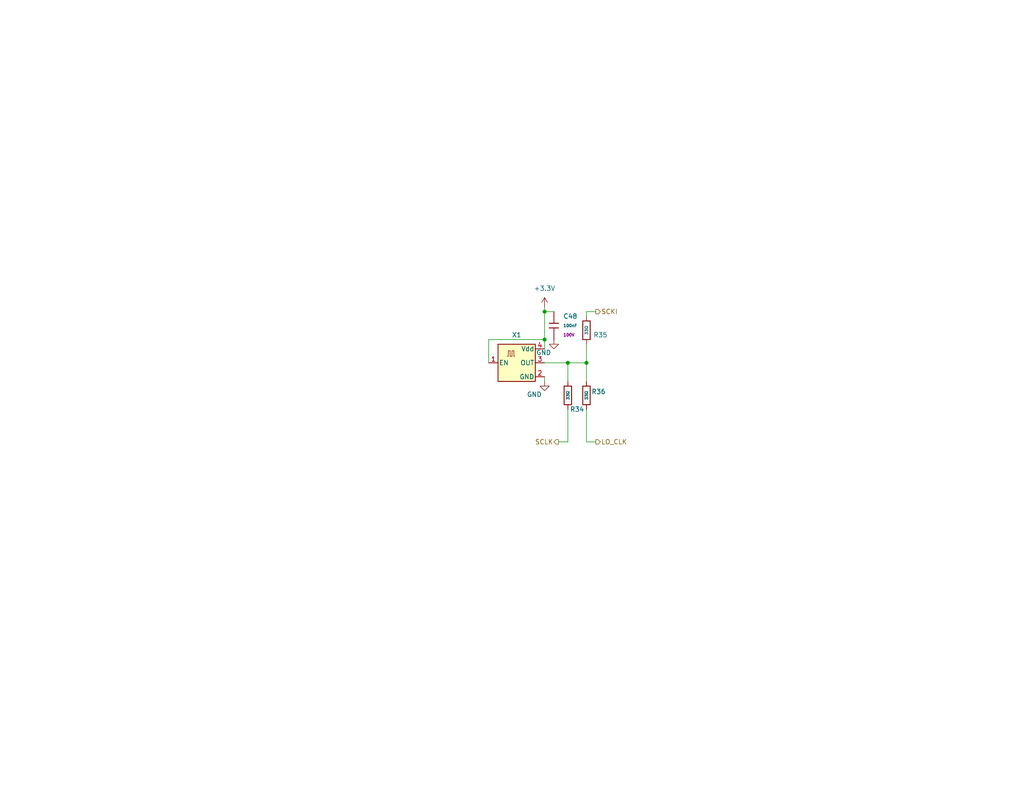
<source format=kicad_sch>
(kicad_sch (version 20250114) (generator "eeschema") (generator_version "9.0")
  (paper "A")
  (lib_symbols
    (symbol "ASE-xxxMHz_1" (pin_names (offset 0.254))
      (property "Reference" "X1" (at -2.286 6.35 0))
      (symbol "ASE-xxxMHz_1_0_1"
        (rectangle (start -5.08 5.08) (end 5.08 -5.08) (stroke (width 0.254)) (fill (type background)))
        (polyline (pts (xy -2.54 1.778) (xy -2.286 1.778) (xy -2.286 3.302) (xy -1.778 3.302) (xy -1.778 1.778) (xy -1.27 1.778) (xy -1.27 3.302) (xy -0.762 3.302) (xy -0.762 1.778) (xy -0.508 1.778)))
      )
      (symbol "ASE-xxxMHz_1_1_1"
        (pin input line (at -7.62 0 0) (length 2.54) (name "EN") (number "1"))
        (pin power_in line (at 7.62 3.81 180) (length 2.54) (name "Vdd") (number "4"))
        (pin output line (at 7.62 0 180) (length 2.54) (name "OUT") (number "3"))
        (pin power_in line (at 7.62 -3.81 180) (length 2.54) (name "GND") (number "2"))
      )
    )
    (symbol "PCM_JLCPCB-Capacitors:0805,100nF" (pin_numbers (hide yes)) (pin_names (offset 0))
      (property "Reference" "C" (at 2.032 1.668 0))
      (property "Value" "100nF" (at 2.032 -0.3782 0))
      (property "Voltage Rated" "100V" (at 2.032 -2.0462 0))
      (symbol "0805,100nF_0_1"
        (polyline (pts (xy -1.27 0.635) (xy 1.27 0.635)) (stroke (width 0.254)))
        (polyline (pts (xy -1.27 -0.635) (xy 1.27 -0.635)) (stroke (width 0.254)))
      )
      (symbol "0805,100nF_1_1"
        (pin passive line (at 0 3.81 270) (length 3.175) (name "~") (number "1"))
        (pin passive line (at 0 -3.81 90) (length 3.175) (name "~") (number "2"))
      )
    )
    (symbol "PCM_JLCPCB-Resistors:0805,33Ω" (pin_numbers (hide yes)) (pin_names (offset 0))
      (property "Reference" "R" (at 1.778 0 0))
      (property "Value" "33Ω" (at 0 0 90))
      (symbol "0805,33Ω_0_1"
        (rectangle (start -1.016 2.54) (end 1.016 -2.54) (stroke (width 0.254)))
      )
      (symbol "0805,33Ω_1_1"
        (pin passive line (at 0 3.81 270) (length 1.27) (name "~") (number "1"))
        (pin passive line (at 0 -3.81 90) (length 1.27) (name "~") (number "2"))
      )
    )
    (symbol "power:+3.3V" (power) (pin_names (offset 0))
      (property "Value" "+3.3V" (at 0 3.556 0))
      (symbol "+3.3V_0_1"
        (polyline (pts (xy -0.762 1.27) (xy 0 2.54)))
        (polyline (pts (xy 0 2.54) (xy 0.762 1.27)))
        (polyline (pts (xy 0 0) (xy 0 2.54)))
      )
      (symbol "+3.3V_1_1"
        (pin power_in line (at 0 0 90) (length 0) (hide yes) (name "+3.3V") (number "1"))
      )
    )
    (symbol "power:GND" (power) (pin_names (offset 0))
      (property "Value" "GND" (at 0 -3.81 0))
      (symbol "GND_0_1"
        (polyline (pts (xy 0 0) (xy 0 -1.27) (xy 1.27 -1.27) (xy 0 -2.54) (xy -1.27 -1.27) (xy 0 -1.27)))
      )
      (symbol "GND_1_1"
        (pin power_in line (at 0 0 270) (length 0) (hide yes) (name "GND") (number "1"))
      )
    )
  )
  (junction (at 160.02 99.06))
  (junction (at 148.59 85.09))
  (junction (at 148.59 92.71))
  (junction (at 154.94 99.06))
  (wire (pts (xy 148.59 92.71) (xy 148.59 95.25)))
  (wire (pts (xy 148.59 85.09) (xy 148.59 92.71)))
  (wire (pts (xy 160.02 120.65) (xy 160.02 111.76)))
  (wire (pts (xy 148.59 99.06) (xy 154.94 99.06)))
  (wire (pts (xy 148.59 102.87) (xy 148.59 104.14)))
  (wire (pts (xy 154.94 120.65) (xy 154.94 111.76)))
  (wire (pts (xy 154.94 99.06) (xy 160.02 99.06)))
  (wire (pts (xy 162.56 120.65) (xy 160.02 120.65)))
  (wire (pts (xy 160.02 99.06) (xy 160.02 104.14)))
  (wire (pts (xy 133.35 99.06) (xy 133.35 92.71)))
  (wire (pts (xy 133.35 92.71) (xy 148.59 92.71)))
  (wire (pts (xy 148.59 83.82) (xy 148.59 85.09)))
  (wire (pts (xy 152.4 120.65) (xy 154.94 120.65)))
  (wire (pts (xy 160.02 85.09) (xy 160.02 86.36)))
  (wire (pts (xy 148.59 85.09) (xy 151.13 85.09)))
  (wire (pts (xy 162.56 85.09) (xy 160.02 85.09)))
  (wire (pts (xy 154.94 99.06) (xy 154.94 104.14)))
  (wire (pts (xy 160.02 93.98) (xy 160.02 99.06)))
  (hierarchical_label "LO_CLK" (shape output) (at 162.56 120.65 0))
  (hierarchical_label "SCKI" (shape output) (at 162.56 85.09 0))
  (hierarchical_label "SCLK" (shape output) (at 152.4 120.65 180))
  (symbol (lib_id "PCM_JLCPCB-Resistors:0805,33Ω") (at 160.02 90.17 180) (unit 1)
    (property "Reference" "R35" (at 163.83 91.44 0))
    (property "Value" "33Ω" (at 160.02 90.17 90) (effects (font (size 0.8 0.8))))
    (property "Footprint" "PCM_JLCPCB:R_0805" (effects (hide yes)))
    (property "Datasheet" "https://www.lcsc.com/datasheet/lcsc_datasheet_2205311830_UNI-ROYAL-Uniroyal-Elec-0805W8F330JT5E_C17634.pdf" (effects (hide yes)))
    (property "Description" "125mW Thick Film Resistors 150V ±1% ±200ppm/°C 33Ω 0805 Chip Resistor - Surface Mount ROHS" (effects (hide yes)))
    (property "LCSC" "C17634" (effects (hide yes)))
    (property "Stock" "335994" (effects (hide yes)))
    (property "Price" "0.005USD" (effects (hide yes)))
    (property "Process" "SMT" (effects (hide yes)))
    (property "Minimum Qty" "20" (effects (hide yes)))
    (property "Attrition Qty" "10" (effects (hide yes)))
    (property "Class" "Basic Component" (effects (hide yes)))
    (property "Category" "Resistors,Chip Resistor - Surface Mount" (effects (hide yes)))
    (property "Manufacturer" "UNI-ROYAL(Uniroyal Elec)" (effects (hide yes)))
    (property "Part" "0805W8F330JT5E" (effects (hide yes)))
    (property "Resistance" "33Ω" (effects (hide yes)))
    (property "Power(Watts)" "125mW" (effects (hide yes)))
    (property "Type" "Thick Film Resistors" (effects (hide yes)))
    (property "Overload Voltage (Max)" "150V" (effects (hide yes)))
    (property "Operating Temperature Range" "-55°C~+155°C" (effects (hide yes)))
    (property "Tolerance" "±1%" (effects (hide yes)))
    (property "Temperature Coefficient" "±200ppm/°C" (effects (hide yes)))
  )
  (symbol (lib_id "power:+3.3V") (at 148.59 83.82 0) (unit 1)
    (property "Reference" "#PWR080" (effects (hide yes)))
    (property "Value" "+3.3V" (at 148.59 78.74 0))
  )
  (symbol (lib_name "ASE-xxxMHz_1") (lib_id "Oscillator:ASE-xxxMHz") (at 140.97 99.06 0) (unit 1)
    (property "Reference" "X1" (at 140.97 91.44 0))
    (property "Value" "YC24.576MUBCE2O" (effects (hide yes)))
    (property "Footprint" "Oscillator:Oscillator_SMD_Abracon_ASE-4Pin_3.2x2.5mm" (effects (hide yes)))
    (property "Datasheet" "https://www.lcsc.com/datasheet/C52204799.pdf" (effects (hide yes)))
    (property "Description" "3.3V CMOS SMD Crystal Clock Oscillator, YC" (effects (hide yes)))
    (property "LCSC" "C52204801" (effects (hide yes)))
  )
  (symbol (lib_id "power:GND") (at 148.59 104.14 0) (unit 1)
    (property "Reference" "#PWR081" (effects (hide yes)))
    (property "Value" "GND" (at 145.796 107.696 0))
  )
  (symbol (lib_id "power:GND") (at 151.13 92.71 0) (unit 1)
    (property "Reference" "#PWR082" (effects (hide yes)))
    (property "Value" "GND" (at 148.336 96.266 0))
  )
  (symbol (lib_id "PCM_JLCPCB-Capacitors:0805,100nF") (at 151.13 88.9 0) (unit 1)
    (property "Reference" "C48" (at 153.67 86.3599 0) (effects (justify left)))
    (property "Value" "100nF" (at 153.67 88.9 0) (effects (font (size 0.8 0.8)) (justify left)))
    (property "Footprint" "PCM_JLCPCB:C_0805" (effects (hide yes)))
    (property "Datasheet" "https://www.lcsc.com/datasheet/lcsc_datasheet_2304140030_Samsung-Electro-Mechanics-CL21B104KCFNNNE_C28233.pdf" (effects (hide yes)))
    (property "Description" "100V 100nF X7R ±10% 0805 Multilayer Ceramic Capacitors MLCC - SMD/SMT ROHS" (effects (hide yes)))
    (property "LCSC" "C28233" (effects (hide yes)))
    (property "Stock" "1168020" (effects (hide yes)))
    (property "Price" "0.009USD" (effects (hide yes)))
    (property "Process" "SMT" (effects (hide yes)))
    (property "Minimum Qty" "20" (effects (hide yes)))
    (property "Attrition Qty" "10" (effects (hide yes)))
    (property "Class" "Basic Component" (effects (hide yes)))
    (property "Category" "Capacitors,Multilayer Ceramic Capacitors MLCC - SMD/SMT" (effects (hide yes)))
    (property "Manufacturer" "Samsung Electro-Mechanics" (effects (hide yes)))
    (property "Part" "CL21B104KCFNNNE" (effects (hide yes)))
    (property "Voltage Rated" "100V" (at 153.67 91.44 0) (effects (font (size 0.8 0.8)) (justify left)))
    (property "Tolerance" "±10%" (effects (hide yes)))
    (property "Capacitance" "100nF" (effects (hide yes)))
    (property "Temperature Coefficient" "X7R" (effects (hide yes)))
  )
  (symbol (lib_id "PCM_JLCPCB-Resistors:0805,33Ω") (at 160.02 107.95 180) (unit 1)
    (property "Reference" "R36" (at 163.322 106.934 0))
    (property "Value" "33Ω" (at 160.02 107.95 90) (effects (font (size 0.8 0.8))))
    (property "Footprint" "PCM_JLCPCB:R_0805" (effects (hide yes)))
    (property "Datasheet" "https://www.lcsc.com/datasheet/lcsc_datasheet_2205311830_UNI-ROYAL-Uniroyal-Elec-0805W8F330JT5E_C17634.pdf" (effects (hide yes)))
    (property "Description" "125mW Thick Film Resistors 150V ±1% ±200ppm/°C 33Ω 0805 Chip Resistor - Surface Mount ROHS" (effects (hide yes)))
    (property "LCSC" "C17634" (effects (hide yes)))
    (property "Stock" "335994" (effects (hide yes)))
    (property "Price" "0.005USD" (effects (hide yes)))
    (property "Process" "SMT" (effects (hide yes)))
    (property "Minimum Qty" "20" (effects (hide yes)))
    (property "Attrition Qty" "10" (effects (hide yes)))
    (property "Class" "Basic Component" (effects (hide yes)))
    (property "Category" "Resistors,Chip Resistor - Surface Mount" (effects (hide yes)))
    (property "Manufacturer" "UNI-ROYAL(Uniroyal Elec)" (effects (hide yes)))
    (property "Part" "0805W8F330JT5E" (effects (hide yes)))
    (property "Resistance" "33Ω" (effects (hide yes)))
    (property "Power(Watts)" "125mW" (effects (hide yes)))
    (property "Type" "Thick Film Resistors" (effects (hide yes)))
    (property "Overload Voltage (Max)" "150V" (effects (hide yes)))
    (property "Operating Temperature Range" "-55°C~+155°C" (effects (hide yes)))
    (property "Tolerance" "±1%" (effects (hide yes)))
    (property "Temperature Coefficient" "±200ppm/°C" (effects (hide yes)))
  )
  (symbol (lib_id "PCM_JLCPCB-Resistors:0805,33Ω") (at 154.94 107.95 180) (unit 1)
    (property "Reference" "R34" (at 157.48 111.76 0))
    (property "Value" "33Ω" (at 154.94 107.95 90) (effects (font (size 0.8 0.8))))
    (property "Footprint" "PCM_JLCPCB:R_0805" (effects (hide yes)))
    (property "Datasheet" "https://www.lcsc.com/datasheet/lcsc_datasheet_2205311830_UNI-ROYAL-Uniroyal-Elec-0805W8F330JT5E_C17634.pdf" (effects (hide yes)))
    (property "Description" "125mW Thick Film Resistors 150V ±1% ±200ppm/°C 33Ω 0805 Chip Resistor - Surface Mount ROHS" (effects (hide yes)))
    (property "LCSC" "C17634" (effects (hide yes)))
    (property "Stock" "335994" (effects (hide yes)))
    (property "Price" "0.005USD" (effects (hide yes)))
    (property "Process" "SMT" (effects (hide yes)))
    (property "Minimum Qty" "20" (effects (hide yes)))
    (property "Attrition Qty" "10" (effects (hide yes)))
    (property "Class" "Basic Component" (effects (hide yes)))
    (property "Category" "Resistors,Chip Resistor - Surface Mount" (effects (hide yes)))
    (property "Manufacturer" "UNI-ROYAL(Uniroyal Elec)" (effects (hide yes)))
    (property "Part" "0805W8F330JT5E" (effects (hide yes)))
    (property "Resistance" "33Ω" (effects (hide yes)))
    (property "Power(Watts)" "125mW" (effects (hide yes)))
    (property "Type" "Thick Film Resistors" (effects (hide yes)))
    (property "Overload Voltage (Max)" "150V" (effects (hide yes)))
    (property "Operating Temperature Range" "-55°C~+155°C" (effects (hide yes)))
    (property "Tolerance" "±1%" (effects (hide yes)))
    (property "Temperature Coefficient" "±200ppm/°C" (effects (hide yes)))
  )
)
</source>
